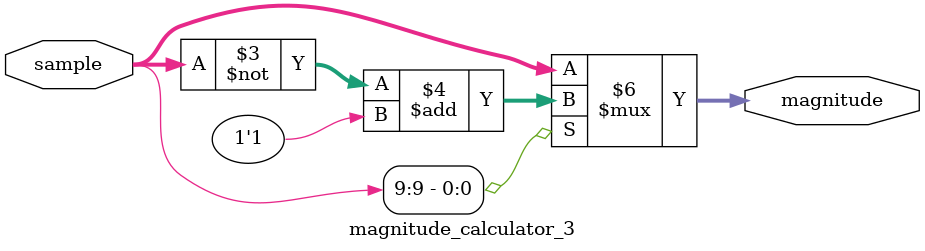
<source format=v>







module VEC_encoder (sample_1,sample_2,sample_3,sample_4,ecgidx,Bits_req,Group_skip_flag,component_idx,VEC_prefix,size_VEC_prefix,VEC_suffix,size_VEC_suffix);


//===================================================
// 	PARAMETER DECLARATION
//===================================================


parameter J=10;					// parameter represent width of data to be given at the time of MODULE instantiation.


//===================================================
// 	PORTS DECLARATION
//===================================================



input signed [J-1:0] sample_1,sample_2,sample_3,sample_4;

input [1:0] ecgidx,component_idx;

input [3:0] Bits_req;

input Group_skip_flag;


output [6:0] VEC_prefix;

output [2:0] size_VEC_prefix;

output [4:0] VEC_suffix;

output [2:0] size_VEC_suffix;


reg [6:0] VEC_prefix;

reg [2:0] size_VEC_prefix;

reg [4:0] VEC_suffix;

reg [2:0] size_VEC_suffix;


wire [7:0] VEC_code_symbol;

wire [7:0] VEC_code_number;

wire luma_chroma, SM_2C ;

wire [2:0] vecGrK;

wire [7:0] quotient;

wire [4:0] suffix;

wire [6:0] prefix;

wire [2:0] size_prefix;

wire [J-1:0] magnitude1,magnitude2,magnitude3,magnitude4;

//===================================================
//	 ARCHITECTURE
//===================================================



/// GET ABSOLUTE VALUES FOR EACH INPUT SAMPLE BY INSTANTIATING SUB-MODULE "magnitude_calculator" ///


magnitude_calculator_3 #(J) m1(sample_1,magnitude1);  				//find absolute of each sample.

magnitude_calculator_3 #(J) m2(sample_2,magnitude2);

magnitude_calculator_3 #(J) m3(sample_3,magnitude3);

magnitude_calculator_3 #(J) m4(sample_4,magnitude4);


// BOOLEAN ASSIGNMENT TO SOME SIGNAL WIRES //


assign luma_chroma = (component_idx == 0) ? 0 : 1;     		// differentiate between luma and chroma component and assign a varibale accordingly.

assign SM_2C = (ecgidx == 3) ? 1 : 0; 						// differentiate between SM or 2's complement form and assign a varibale accordingly.




// INSTANTIATING SUB-MODULES //



VEC_vector_to_scalar #(J) u1(sample_1,sample_2,sample_3,sample_4,magnitude1,magnitude2,magnitude3,magnitude4,Bits_req,SM_2C,VEC_code_symbol);		

VEC_symbol_to_number u2(VEC_code_symbol,Bits_req,luma_chroma,SM_2C,VEC_code_number) ;


VEC_vecGrK_calculator  u3(SM_2C,Bits_req,vecGrK);

VEC_get_suffix u4(VEC_code_number,vecGrK,quotient,suffix);

VEC_get_prefix u5(quotient,vecGrK,prefix,size_prefix);



// MAIN BLOCK //



always@(*)			
begin

	if ((Group_skip_flag)||(Bits_req>2))		// if group skip flag is active or bits required is more than two than assign all the outputs zero.

	begin

	VEC_prefix = 0;
	
	size_VEC_prefix = 0;
	
	VEC_suffix = 0;
	
	size_VEC_suffix = 0;

	end

	
	else												// else assign outputs given by sub modules.

	begin

	VEC_prefix = prefix;
	
	size_VEC_prefix = size_prefix;
	
	VEC_suffix = suffix;
	
	size_VEC_suffix = vecGrK;						// size of suffix is same as vecGrK.

	end


end

endmodule





//===================================================
//	 SUB-MODULE 1 [VECTOR TO SCALAR] : converts 4 samples vector into a scalar symbol generated uniquely for each possible combination of samples data.
//===================================================


 


module VEC_vector_to_scalar(sample_1,sample_2,sample_3,sample_4,magnitude1,magnitude2,magnitude3,magnitude4,Bits_req,SM_2C,VEC_code_symbol);


parameter K=10;


input [K-1:0] sample_1,sample_2,sample_3,sample_4,magnitude1,magnitude2,magnitude3,magnitude4;

input [3:0] Bits_req;

input SM_2C;

output [7:0] VEC_code_symbol;

reg [7:0] VEC_code_symbol;


/// ARCHITECTURE ///



always @(*)
begin

VEC_code_symbol=0;																			//initially assigned zero.

	if(SM_2C)																				// Check whether SM or 2C is to be used.
	begin

		case(Bits_req[1:0])																			// implementation of table 4-64 in specs.


		// case with zero bits required leads to group skip flag activation,already covered in top module.

		2'b01:
			
		VEC_code_symbol[3:0] = {sample_1[0],sample_2[0],sample_3[0],sample_4[0]} ;				// for case in which bits required is 1, symbol is made up of 1 bit (LSB) from each sample. 

			
		2'b10:
			
		VEC_code_symbol[7:0] = {sample_1[1:0],sample_2[1:0],sample_3[1:0],sample_4[1:0]} ;		// if bits required is 2 than, symbol is made up of 2 bits (LSB) from each sample.

		default: VEC_code_symbol = 8'bz;

		endcase
	end

	else
	begin

		case(Bits_req[1:0])																			// implementation of table 4-64 in specs.


		// case with zero bits required leads to group skip flag activation,already covered in top module.

		2'b01:
			
		VEC_code_symbol[3:0] = {magnitude1[0],magnitude2[0],magnitude3[0],magnitude4[0]} ;				// for case in which bits required is 1, symbol is made up of 1 bit (LSB) from each sample's magnitude. 

			
		2'b10:
			
		VEC_code_symbol[7:0] = {magnitude1[1:0],magnitude2[1:0],magnitude3[1:0],magnitude4[1:0]} ;		// if bits required is 2 than, symbol is made up of 2 bits (LSB) from each sample's magnitude.

		default: VEC_code_symbol = 8'bz;

		endcase
		

		
	end
	
end
endmodule




//===================================================
//	 SUB-MODULE 2 [VecGrK] :  tells the vecGrK parameter required in encoding.
//===================================================





module VEC_vecGrK_calculator(SM_2C,Bits_req,vecGrK);

input  SM_2C;

input [3:0] Bits_req;

output [2:0] vecGrK;

reg [2:0] vecGrK;


/// ARCHITECTURE//



always@ (*)
begin


	case({SM_2C,Bits_req[1:0]})					// case structure is used with MSB telling the SM or 2's complement form and the rest 2 bits telling the bits required.

	3'b001: vecGrK = 2;
	
	3'b101: vecGrK = 1;						// implementation of table 4-65 from specs.
	
	3'b010: vecGrK = 5;
	
	3'b110: vecGrK = 5;
	
	default: vecGrK = 0;

	endcase


end

endmodule



//===================================================
//	 SUB-MODULE 3 [GET SUFFIX] :  calculates quotient and remainder required for Golomb-Rice coding and thus gives the suffix (Remainder).
//===================================================

 


module VEC_get_suffix(VEC_code_number,vecGrK,quotient,suffix);

input [7:0] VEC_code_number;

input [2:0] vecGrK;

output [7:0] quotient;

output [4:0] suffix;

reg [4:0] suffix;

reg [7:0] quotient;

reg [7:0] remainder;
											
reg [7:0] temp;
										
////ARCHITECTURE///										
											
always@(*)										 		// Impelmentation of logic shown in table 4-66 (for the suffix part) and examples in tables 4-67, 4-68 ,4-69  from specs.
begin

	if(vecGrK == 1)									
	
	begin
	
	quotient = VEC_code_number >> 1;					// For case in which vecGrK is 1 divide the number by 2 and get quotient and remainder. 
	
	temp = quotient << 1;
	
	remainder = VEC_code_number + (~temp + 1 );
	
	suffix = remainder[4:0];
	
	end

	else if(vecGrK == 2)

	begin
	
	quotient = VEC_code_number >> 2;					// For case in which vecGrK is 2 divide the number by 4 and get quotient and remainder. 
	
	temp = quotient << 2;
	
	remainder = VEC_code_number + (~temp + 1 );
	
	suffix = remainder[4:0];
	
	end
	
	else if(vecGrK == 5)

	begin
	
	quotient = VEC_code_number >> 5;
	
	temp = quotient << 5;
	
	remainder = VEC_code_number + (~temp + 1 );		// For case in which vecGrK is 5 divide the number by 32 and get quotient and remainder. 
	
	suffix = remainder[4:0];
	
	end
	
	
end

endmodule




//===================================================
//	 SUB-MODULE 4 [GET PREFIX] :  takes quotient calculated in above submodule and generates the prefix and its size for Golomb-Rice coding.
//===================================================




module VEC_get_prefix (quotient,vecGrK,prefix,size_prefix);

input [7:0] quotient;

input [2:0] vecGrK;

output [6:0] prefix;

output [2:0] size_prefix;

reg [6:0] prefix;

reg [2:0] size_prefix;


//// ARCHITECTURE ///


always@(*)						// Impelmentation of logic shown in table 4-66 (for the prefix part) and examples in tables 4-67, 4-68 ,4-69  from specs.
begin


/// When vecGrK is not 2.///// Max prefix is 7. ///

	if(!(vecGrK == 2))				// Check if vecGrK is 2. 
	begin
		case(quotient[2:0])				// case structure with three bits taken from LSB (because 3 bits can represent the maximum quotient) of quotient is taken.

		3'b000: 
		begin
		
		prefix = 7'b0000000;			
		size_prefix = 1;
		
		end

		3'b001: 
		begin
		
		prefix = 7'b0000010;
		size_prefix = 2;
		
		end

		3'b010: 
		begin
		
		prefix = 7'b0000110;
		size_prefix = 3;
		
		end

		3'b011: 
		begin
		
		prefix = 7'b0001110;
		size_prefix = 4;
		
		end

		3'b100: 
		begin
		
		prefix = 7'b0011110;
		size_prefix = 5;
		
		end

		3'b101: 
		begin
		prefix = 7'b0111110;
		size_prefix = 6;
		end

		3'b110: 
		begin
		prefix = 7'b1111110;
		size_prefix = 7;
		end

		3'b111: 
		begin
		
		prefix = 7'b1111111;
		size_prefix = 7;
		
		end
		
		endcase
	end
	
	
	///// When vecGrK is 2 ////// Max prefix is 3. ////
	
	else
	begin
		
		case(quotient[1:0])					// case structure with two bits taken from LSB (because 2 bits can represent the maximum quotient) of quotient is taken.
		
		2'b00: 
		begin
		prefix = 7'b0000000;
		size_prefix = 1;
		end
	
		2'b01: 
		begin
		prefix = 7'b0000010;
		size_prefix = 2;
		end
		
		2'b10: 
		begin
		prefix = 7'b0000110;
		size_prefix = 3;
		end
		
		2'b11: 
		begin
		prefix = 7'b0000111;
		size_prefix = 3;
		end
	
		endcase
	end

end

endmodule



//===================================================
//	 SUB-MODULE 4 [SYMBOL TO NUMBER] :  converts the code symbol to the number referring to lookup tables.
//===================================================




module VEC_symbol_to_number (VEC_code_symbol,Bits_req,luma_chroma,SM_2C,VEC_code_number) ;

input [7:0] VEC_code_symbol;

input [3:0] Bits_req;

input luma_chroma,SM_2C;

output [7:0] VEC_code_number;

reg [7:0] VEC_code_number;


//ARCHITECTURE//


always @(*)
begin

	if(Bits_req==1)
	begin


	case ({luma_chroma,SM_2C,VEC_code_symbol[3:0]})			// case structure with MSB telling whether the group belongs to Luma or chroma followed by a bit telling SM or 2's complementform used followed by 4 bits of symbol ( since bits required is 1) from LSB is taken


	//  Lookup table for case in which bits required is 1 and group belongs to Luma and SM form =  { 15, 1, 0, 6, 3, 5, 8, 10, 2, 7, 4, 11, 9, 13, 12, 14 } 
	//  Lookup table for case in which bits required is 1 and group belongs to Chroma and SM form = { 15, 1, 0, 4, 2, 7, 8, 11, 3, 9, 6, 10, 5, 12, 13, 14 }  
	//	Lookup table for case in which bits required is 1 and group belongs to Luma and 2's complement form = { 15, 1, 0, 4, 3, 5, 9, 10, 2, 8, 6, 11, 7, 13, 12, 14 }
	//	Lookup table for case in which bits required is 1 and group belongs to Chroma and 2's complement form = { 15, 1, 0, 4, 2, 6, 8, 11, 3, 9, 7, 12, 5, 13, 14, 10 }


		// LOOK UP TABLE 1.// 
		
		6'b000000: VEC_code_number= 15;
		6'b000001: VEC_code_number= 1;				 
		6'b000010: VEC_code_number= 0;
		6'b000011: VEC_code_number= 6;					// bits required is 1 and group belongs to Luma and SM form
		6'b000100: VEC_code_number= 3;
		6'b000101: VEC_code_number= 5;					
		6'b000110: VEC_code_number= 8;
		6'b000111: VEC_code_number= 10;
		6'b001000: VEC_code_number= 2;
		6'b001001: VEC_code_number= 7;
		6'b001010: VEC_code_number= 4;
		6'b001011: VEC_code_number= 11;
		6'b001100: VEC_code_number= 9;
		6'b001101: VEC_code_number= 13;
		6'b001110: VEC_code_number= 12;
		6'b001111: VEC_code_number= 14;

		// LOOK UP TABLE 2.//
		
		6'b100000: VEC_code_number= 15;
		6'b100001: VEC_code_number= 1;					// bits required is 1 and group belongs to Chroma and SM form
		6'b100010: VEC_code_number= 0;
		6'b100011: VEC_code_number= 4;
		6'b100100: VEC_code_number= 2;					
		6'b100101: VEC_code_number= 7;
		6'b100110: VEC_code_number= 8;
		6'b100111: VEC_code_number= 11;
		6'b101000: VEC_code_number= 3;
		6'b101001: VEC_code_number= 9;
		6'b101010: VEC_code_number= 6;
		6'b101011: VEC_code_number= 10;
		6'b101100: VEC_code_number= 5;
		6'b101101: VEC_code_number= 12;
		6'b101110: VEC_code_number= 13;
		6'b101111: VEC_code_number= 14;

		// LOOK UP TABLE 3.//
		
		6'b010000: VEC_code_number= 15;
		6'b010001: VEC_code_number= 1;
		6'b010010: VEC_code_number= 0;					//bits required is 1 and group belongs to Luma and 2's complement form
		6'b010011: VEC_code_number= 4;
		6'b010100: VEC_code_number= 3;					
		6'b010101: VEC_code_number= 5;
		6'b010110: VEC_code_number= 9;
		6'b010111: VEC_code_number= 10;
		6'b011000: VEC_code_number= 2;
		6'b011001: VEC_code_number= 8;
		6'b011010: VEC_code_number= 6;
		6'b011011: VEC_code_number= 11;
		6'b011100: VEC_code_number= 7;
		6'b011101: VEC_code_number= 13;
		6'b011110: VEC_code_number= 12;
		6'b011111: VEC_code_number= 14;
		
		// LOOK UP TABLE 4.//
		
		6'b110000: VEC_code_number= 15;
		6'b110001: VEC_code_number= 1;
		6'b110010: VEC_code_number= 0;
		6'b110011: VEC_code_number= 4;					// bits required is 1 and group belongs to Chroma and 2's complement form
		6'b110100: VEC_code_number= 2;
		6'b110101: VEC_code_number= 6;					
		6'b110110: VEC_code_number= 8;
		6'b110111: VEC_code_number= 11;
		6'b111000: VEC_code_number= 3;
		6'b111001: VEC_code_number= 9;
		6'b111010: VEC_code_number= 7;
		6'b111011: VEC_code_number= 12;
		6'b111100: VEC_code_number= 5;
		6'b111101: VEC_code_number= 13;
		6'b111110: VEC_code_number= 14;
		6'b111111: VEC_code_number= 10;

		endcase

	end


	//Lookup table for case in which bits required is 2 and group belongs to Chroma and SM form = { 255, 247, 0, 30, 251, 243, 4, 43, 1, 5, 12, 64, 29, 45, 66, 48, 253, 245, 6, 46, 249, 241, 16, 67, 13, 20, 44, 108, 63, 79, 109, 124, 3, 10, 34, 85, 17, 27, 59, 112, 61, 68, 114, 166, 140, 146, 180, 205, 40, 54, 95, 107, 72, 89, 126, 164, 137, 144, 178, 213, 189, 197, 220, 236, 254, 246, 14, 62, 250, 242, 21, 77, 7, 18, 42, 113, 47, 71, 110, 134, 252, 244, 23, 80, 248, 240, 26, 87, 24, 28, 38, 106, 83, 93, 102, 94, 8, 22, 55, 119, 32, 35, 50, 122, 74, 82, 99, 157, 145, 149, 171, 188, 49, 86, 121, 168, 97, 100, 133, 154, 155, 158, 175, 198, 210, 203, 215, 228, 2, 15, 56, 138, 11, 31, 69, 151, 37, 60, 111, 184, 96, 117, 161, 206, 9, 33, 78, 148, 25, 36, 76, 153, 65, 51, 98, 170, 132, 128, 142, 191, 19, 53, 120, 196, 57, 41, 101, 183, 118, 103, 81, 169, 199, 174, 181, 147, 84, 123, 185, 208, 135, 127, 162, 204, 194, 186, 173, 200, 231, 219, 227, 223, 39, 70, 136, 182, 52, 88, 152, 207, 92, 129, 176, 224, 115, 172, 211, 235, 58, 90, 143, 195, 91, 105, 156, 216, 131, 139, 177, 221, 165, 163, 217, 238, 75, 125, 192, 234, 130, 116, 179, 226, 187, 160, 190, 229, 230, 212, 201, 214, 73, 150, 225, 233, 141, 104, 193, 237, 209, 202, 159, 218, 239, 232, 222, 167 };
	//Lookup table for case in which bits required is 2 and group belongs to Luma and SM form = { 255, 247, 1, 19, 251, 243, 4, 40, 0, 5, 34, 84, 18, 39, 82, 120, 253, 245, 6, 42, 249, 241, 16, 62, 11, 20, 56, 102, 46, 65, 109, 154, 3, 9, 35, 85, 13, 24, 55, 100, 44, 61, 103, 156, 97, 125, 171, 193, 29, 45, 88, 135, 52, 76, 113, 153, 99, 126, 167, 203, 151, 180, 204, 223, 254, 246, 10, 47, 250, 242, 21, 64, 7, 17, 54, 110, 41, 60, 106, 150, 252, 244, 23, 63, 248, 240, 32, 89, 22, 33, 67, 136, 66, 86, 139, 174, 15, 27, 58, 115, 31, 38, 75, 131, 72, 87, 111, 165, 128, 145, 187, 201, 50, 74, 112, 157, 80, 92, 144, 158, 133, 143, 178, 213, 179, 192, 211, 231, 2, 12, 48, 96, 8, 25, 68, 134, 36, 57, 101, 163, 90, 108, 159, 197, 14, 30, 71, 132, 26, 37, 83, 141, 59, 70, 117, 172, 114, 140, 170, 216, 43, 73, 105, 160, 69, 81, 116, 188, 107, 119, 123, 198, 176, 186, 195, 225, 94, 122, 161, 202, 138, 146, 182, 210, 175, 185, 194, 221, 219, 220, 233, 236, 28, 53, 98, 149, 49, 77, 121, 169, 91, 104, 164, 199, 130, 152, 196, 224, 51, 79, 124, 181, 78, 93, 148, 191, 118, 127, 189, 217, 155, 162, 208, 226, 95, 137, 177, 218, 129, 142, 190, 215, 166, 183, 200, 229, 206, 209, 227, 235, 147, 173, 207, 234, 168, 184, 205, 228, 212, 214, 222, 239, 232, 230, 237, 238 };
	//Lookup table for case in which bits required is 2 and group belongs to Luma and TC form = { 255, 0, 21, 247, 1, 6, 71, 18, 20, 70, 79, 42, 251, 19, 31, 243, 3, 5, 67, 15, 9, 27, 127, 36, 69, 121, 160, 94, 13, 39, 97, 32, 24, 66, 80, 55, 65, 110, 179, 135, 140, 196, 209, 174, 74, 129, 162, 98, 253, 14, 33, 245, 12, 34, 143, 57, 75, 132, 154, 109, 249, 54, 85, 241, 2, 8, 52, 11, 4, 26, 116, 30, 60, 93, 164, 102, 17, 58, 91, 38, 7, 29, 120, 41, 28, 72, 171, 96, 111, 184, 206, 157, 37, 107, 161, 83, 73, 100, 180, 128, 136, 181, 218, 176, 183, 223, 237, 235, 145, 159, 228, 201, 23, 50, 95, 46, 49, 99, 165, 87, 131, 158, 231, 188, 56, 89, 190, 112, 25, 64, 146, 78, 63, 106, 186, 134, 81, 177, 210, 169, 51, 125, 197, 139, 76, 141, 198, 137, 117, 185, 222, 173, 195, 213, 236, 227, 142, 178, 232, 207, 86, 155, 216, 163, 170, 208, 238, 221, 215, 239, 217, 229, 168, 230, 226, 205, 61, 104, 191, 124, 113, 166, 233, 193, 153, 224, 214, 194, 92, 189, 211, 152, 254, 10, 77, 246, 16, 43, 144, 62, 45, 133, 149, 84, 250, 48, 105, 242, 22, 44, 130, 68, 47, 115, 175, 88, 126, 172, 225, 200, 59, 90, 192, 119, 53, 114, 167, 103, 101, 156, 219, 187, 182, 234, 220, 212, 122, 204, 202, 151, 252, 35, 118, 244, 40, 82, 199, 123, 108, 203, 150, 148, 248, 138, 147, 240 };
	//Lookup table for case in which bits required is 2 and group belongs to Chroma and TC form = { 255, 1, 22, 247, 0, 4, 64, 16, 23, 75, 31, 33, 251, 14, 32, 243, 3, 6, 79, 20, 9, 27, 169, 68, 62, 150, 143, 100, 12, 43, 117, 41, 25, 85, 74, 55, 63, 135, 179, 114, 160, 221, 203, 197, 82, 172, 142, 103, 253, 19, 38, 245, 11, 35, 125, 53, 71, 165, 108, 95, 249, 73, 81, 241, 2, 8, 61, 10, 7, 28, 126, 49, 86, 168, 144, 127, 15, 59, 96, 34, 5, 29, 137, 44, 30, 26, 208, 128, 140, 196, 133, 154, 46, 112, 155, 57, 78, 157, 182, 132, 146, 204, 205, 190, 220, 226, 238, 235, 166, 214, 232, 207, 17, 60, 111, 50, 52, 116, 178, 90, 164, 216, 222, 211, 67, 153, 199, 122, 24, 65, 162, 84, 83, 131, 217, 163, 80, 181, 195, 156, 54, 118, 193, 106, 77, 141, 223, 175, 167, 201, 227, 215, 185, 200, 237, 225, 145, 183, 233, 213, 47, 151, 202, 138, 158, 134, 239, 228, 212, 236, 115, 174, 130, 229, 177, 92, 37, 104, 189, 110, 129, 159, 234, 206, 152, 231, 180, 147, 91, 194, 187, 102, 254, 13, 72, 246, 21, 45, 171, 70, 42, 136, 109, 76, 250, 51, 97, 242, 18, 48, 173, 66, 69, 121, 218, 149, 124, 176, 219, 186, 56, 89, 210, 113, 36, 120, 148, 88, 101, 161, 224, 188, 191, 230, 170, 184, 105, 192, 139, 99, 252, 39, 107, 244, 40, 58, 209, 119, 98, 198, 87, 94, 248, 123, 93, 240 };


	else if(Bits_req==2)
	begin

		case({luma_chroma,SM_2C,VEC_code_symbol})		//case structure with MSB telling whether the group belongs to Luma or chroma followed by a bit telling SM or 2's complementform used followed by  all 8 bits of symbol ( since bits required is 2) from LSB is taken

	
		// LOOK UP TABLE 5.//
		
		10'b1000000000: VEC_code_number=255;
		10'b1000000001: VEC_code_number=247;
		10'b1000000010: VEC_code_number=0;
		10'b1000000011: VEC_code_number=30;
		10'b1000000100: VEC_code_number=251;				// bits required is 2 and group belongs to Chroma and SM form
		10'b1000000101: VEC_code_number=243;
		10'b1000000110: VEC_code_number=4;
		10'b1000000111: VEC_code_number=43;					
		10'b1000001000: VEC_code_number=1;
		10'b1000001001: VEC_code_number=5;
		10'b1000001010: VEC_code_number=12;
		10'b1000001011: VEC_code_number=64;
		10'b1000001100: VEC_code_number=29;
		10'b1000001101: VEC_code_number=45;
		10'b1000001110: VEC_code_number=66;
		10'b1000001111: VEC_code_number=48;
		10'b1000010000: VEC_code_number=253;
		10'b1000010001: VEC_code_number=245;
		10'b1000010010: VEC_code_number=6;
		10'b1000010011: VEC_code_number=46;
		10'b1000010100: VEC_code_number=249;
		10'b1000010101: VEC_code_number=241;
		10'b1000010110: VEC_code_number=16;
		10'b1000010111: VEC_code_number=67;
		10'b1000011000: VEC_code_number=13;
		10'b1000011001: VEC_code_number=20;
		10'b1000011010: VEC_code_number=44;
		10'b1000011011: VEC_code_number=108;
		10'b1000011100: VEC_code_number=63;
		10'b1000011101: VEC_code_number=79;
		10'b1000011110: VEC_code_number=109;
		10'b1000011111: VEC_code_number=124;
		10'b1000100000: VEC_code_number=3;
		10'b1000100001: VEC_code_number=10;
		10'b1000100010: VEC_code_number=34;
		10'b1000100011: VEC_code_number=85;
		10'b1000100100: VEC_code_number=17;
		10'b1000100101: VEC_code_number=27;
		10'b1000100110: VEC_code_number=59;
		10'b1000100111: VEC_code_number=112;
		10'b1000101000: VEC_code_number=61;
		10'b1000101001: VEC_code_number=68;
		10'b1000101010: VEC_code_number=114;
		10'b1000101011: VEC_code_number=166;
		10'b1000101100: VEC_code_number=140;
		10'b1000101101: VEC_code_number=146;
		10'b1000101110: VEC_code_number=180;
		10'b1000101111: VEC_code_number=205;
		10'b1000110000: VEC_code_number=40;
		10'b1000110001: VEC_code_number=54;
		10'b1000110010: VEC_code_number=95;
		10'b1000110011: VEC_code_number=107;
		10'b1000110100: VEC_code_number=72;
		10'b1000110101: VEC_code_number=89;
		10'b1000110110: VEC_code_number=126;
		10'b1000110111: VEC_code_number=164;
		10'b1000111000: VEC_code_number=137;
		10'b1000111001: VEC_code_number=144;
		10'b1000111010: VEC_code_number=178;
		10'b1000111011: VEC_code_number=213;
		10'b1000111100: VEC_code_number=189;
		10'b1000111101: VEC_code_number=197;
		10'b1000111110: VEC_code_number=220;
		10'b1000111111: VEC_code_number=236;
		10'b1001000000: VEC_code_number=254;
		10'b1001000001: VEC_code_number=246;
		10'b1001000010: VEC_code_number=14;
		10'b1001000011: VEC_code_number=62;
		10'b1001000100: VEC_code_number=250;
		10'b1001000101: VEC_code_number=242;
		10'b1001000110: VEC_code_number=21;
		10'b1001000111: VEC_code_number=77;
		10'b1001001000: VEC_code_number=7;
		10'b1001001001: VEC_code_number=18;
		10'b1001001010: VEC_code_number=42;
		10'b1001001011: VEC_code_number=113;
		10'b1001001100: VEC_code_number=47;
		10'b1001001101: VEC_code_number=71;
		10'b1001001110: VEC_code_number=110;
		10'b1001001111: VEC_code_number=134;
		10'b1001010000: VEC_code_number=252;
		10'b1001010001: VEC_code_number=244;
		10'b1001010010: VEC_code_number=23;
		10'b1001010011: VEC_code_number=80;
		10'b1001010100: VEC_code_number=248;
		10'b1001010101: VEC_code_number=240;
		10'b1001010110: VEC_code_number=26;
		10'b1001010111: VEC_code_number=87;
		10'b1001011000: VEC_code_number=24;
		10'b1001011001: VEC_code_number=28;
		10'b1001011010: VEC_code_number=38;
		10'b1001011011: VEC_code_number=106;
		10'b1001011100: VEC_code_number=83;
		10'b1001011101: VEC_code_number=93;
		10'b1001011110: VEC_code_number=102;
		10'b1001011111: VEC_code_number=94;
		10'b1001100000: VEC_code_number=8;
		10'b1001100001: VEC_code_number=22;
		10'b1001100010: VEC_code_number=55;
		10'b1001100011: VEC_code_number=119;
		10'b1001100100: VEC_code_number=32;
		10'b1001100101: VEC_code_number=35;
		10'b1001100110: VEC_code_number=50;
		10'b1001100111: VEC_code_number=122;
		10'b1001101000: VEC_code_number=74;
		10'b1001101001: VEC_code_number=82;
		10'b1001101010: VEC_code_number=99;
		10'b1001101011: VEC_code_number=157;
		10'b1001101100: VEC_code_number=145;
		10'b1001101101: VEC_code_number=149;
		10'b1001101110: VEC_code_number=171;
		10'b1001101111: VEC_code_number=188;
		10'b1001110000: VEC_code_number=49;
		10'b1001110001: VEC_code_number=86;
		10'b1001110010: VEC_code_number=121;
		10'b1001110011: VEC_code_number=168;
		10'b1001110100: VEC_code_number=97;
		10'b1001110101: VEC_code_number=100;
		10'b1001110110: VEC_code_number=133;
		10'b1001110111: VEC_code_number=154;
		10'b1001111000: VEC_code_number=155;
		10'b1001111001: VEC_code_number=158;
		10'b1001111010: VEC_code_number=175;
		10'b1001111011: VEC_code_number=198;
		10'b1001111100: VEC_code_number=210;
		10'b1001111101: VEC_code_number=203;
		10'b1001111110: VEC_code_number=215;
		10'b1001111111: VEC_code_number=228;
		10'b1010000000: VEC_code_number=2;
		10'b1010000001: VEC_code_number=15;
		10'b1010000010: VEC_code_number=56;
		10'b1010000011: VEC_code_number=138;
		10'b1010000100: VEC_code_number=11;
		10'b1010000101: VEC_code_number=31;
		10'b1010000110: VEC_code_number=69;
		10'b1010000111: VEC_code_number=151;
		10'b1010001000: VEC_code_number=37;
		10'b1010001001: VEC_code_number=60;
		10'b1010001010: VEC_code_number=111;
		10'b1010001011: VEC_code_number=184;
		10'b1010001100: VEC_code_number=96;
		10'b1010001101: VEC_code_number=117;
		10'b1010001110: VEC_code_number=161;
		10'b1010001111: VEC_code_number=206;
		10'b1010010000: VEC_code_number=9;
		10'b1010010001: VEC_code_number=33;
		10'b1010010010: VEC_code_number=78;
		10'b1010010011: VEC_code_number=148;
		10'b1010010100: VEC_code_number=25;
		10'b1010010101: VEC_code_number=36;
		10'b1010010110: VEC_code_number=76;
		10'b1010010111: VEC_code_number=153;
		10'b1010011000: VEC_code_number=65;
		10'b1010011001: VEC_code_number=51;
		10'b1010011010: VEC_code_number=98;
		10'b1010011011: VEC_code_number=170;
		10'b1010011100: VEC_code_number=132;
		10'b1010011101: VEC_code_number=128;
		10'b1010011110: VEC_code_number=142;
		10'b1010011111: VEC_code_number=191;
		10'b1010100000: VEC_code_number=19;
		10'b1010100001: VEC_code_number=53;
		10'b1010100010: VEC_code_number=120;
		10'b1010100011: VEC_code_number=196;
		10'b1010100100: VEC_code_number=57;
		10'b1010100101: VEC_code_number=41;
		10'b1010100110: VEC_code_number=101;
		10'b1010100111: VEC_code_number=183;
		10'b1010101000: VEC_code_number=118;
		10'b1010101001: VEC_code_number=103;
		10'b1010101010: VEC_code_number=81;
		10'b1010101011: VEC_code_number=169;
		10'b1010101100: VEC_code_number=199;
		10'b1010101101: VEC_code_number=174;
		10'b1010101110: VEC_code_number=181;
		10'b1010101111: VEC_code_number=147;
		10'b1010110000: VEC_code_number=84;
		10'b1010110001: VEC_code_number=123;
		10'b1010110010: VEC_code_number=185;
		10'b1010110011: VEC_code_number=208;
		10'b1010110100: VEC_code_number=135;
		10'b1010110101: VEC_code_number=127;
		10'b1010110110: VEC_code_number=162;
		10'b1010110111: VEC_code_number=204;
		10'b1010111000: VEC_code_number=194;
		10'b1010111001: VEC_code_number=186;
		10'b1010111010: VEC_code_number=173;
		10'b1010111011: VEC_code_number=200;
		10'b1010111100: VEC_code_number=231;
		10'b1010111101: VEC_code_number=219;
		10'b1010111110: VEC_code_number=227;
		10'b1010111111: VEC_code_number=223;
		10'b1011000000: VEC_code_number=39;
		10'b1011000001: VEC_code_number=70;
		10'b1011000010: VEC_code_number=136;
		10'b1011000011: VEC_code_number=182;
		10'b1011000100: VEC_code_number=52;
		10'b1011000101: VEC_code_number=88;
		10'b1011000110: VEC_code_number=152;
		10'b1011000111: VEC_code_number=207;
		10'b1011001000: VEC_code_number=92;
		10'b1011001001: VEC_code_number=129;
		10'b1011001010: VEC_code_number=176;
		10'b1011001011: VEC_code_number=224;
		10'b1011001100: VEC_code_number=115;
		10'b1011001101: VEC_code_number=172;
		10'b1011001110: VEC_code_number=211;
		10'b1011001111: VEC_code_number=235;
		10'b1011010000: VEC_code_number=58;
		10'b1011010001: VEC_code_number=90;
		10'b1011010010: VEC_code_number=143;
		10'b1011010011: VEC_code_number=195;
		10'b1011010100: VEC_code_number=91;
		10'b1011010101: VEC_code_number=105;
		10'b1011010110: VEC_code_number=156;
		10'b1011010111: VEC_code_number=216;
		10'b1011011000: VEC_code_number=131;
		10'b1011011001: VEC_code_number=139;
		10'b1011011010: VEC_code_number=177;
		10'b1011011011: VEC_code_number=221;
		10'b1011011100: VEC_code_number=165;
		10'b1011011101: VEC_code_number=163;
		10'b1011011110: VEC_code_number=217;
		10'b1011011111: VEC_code_number=238;
		10'b1011100000: VEC_code_number=75;
		10'b1011100001: VEC_code_number=125;
		10'b1011100010: VEC_code_number=192;
		10'b1011100011: VEC_code_number=234;
		10'b1011100100: VEC_code_number=130;
		10'b1011100101: VEC_code_number=116;
		10'b1011100110: VEC_code_number=179;
		10'b1011100111: VEC_code_number=226;
		10'b1011101000: VEC_code_number=187;
		10'b1011101001: VEC_code_number=160;
		10'b1011101010: VEC_code_number=190;
		10'b1011101011: VEC_code_number=229;
		10'b1011101100: VEC_code_number=230;
		10'b1011101101: VEC_code_number=212;
		10'b1011101110: VEC_code_number=201;
		10'b1011101111: VEC_code_number=214;
		10'b1011110000: VEC_code_number=73;
		10'b1011110001: VEC_code_number=150;
		10'b1011110010: VEC_code_number=225;
		10'b1011110011: VEC_code_number=233;
		10'b1011110100: VEC_code_number=141;
		10'b1011110101: VEC_code_number=104;
		10'b1011110110: VEC_code_number=193;
		10'b1011110111: VEC_code_number=237;
		10'b1011111000: VEC_code_number=209;
		10'b1011111001: VEC_code_number=202;
		10'b1011111010: VEC_code_number=159;
		10'b1011111011: VEC_code_number=218;
		10'b1011111100: VEC_code_number=239;
		10'b1011111101: VEC_code_number=232;
		10'b1011111110: VEC_code_number=222;
		10'b1011111111: VEC_code_number=167;

		
		// LOOK UP TABLE 6.//
		
	
		10'b0000000000: VEC_code_number =255 ;
		10'b0000000001: VEC_code_number =247;
		10'b0000000010: VEC_code_number =1 ;
		10'b0000000011: VEC_code_number =19 ;
		10'b0000000100: VEC_code_number =251 ;
		10'b0000000101: VEC_code_number =243 ;
		10'b0000000110: VEC_code_number =4 ;						// bits required is 2 and group belongs to Luma and SM form
		10'b0000000111: VEC_code_number =40 ;
		10'b0000001000: VEC_code_number = 0;
		10'b0000001001: VEC_code_number = 5;						
		10'b0000001010: VEC_code_number = 34;
		10'b0000001011: VEC_code_number = 84;
		10'b0000001100: VEC_code_number = 18;
		10'b0000001101: VEC_code_number = 39;
		10'b0000001110: VEC_code_number = 82;
		10'b0000001111: VEC_code_number = 120;
		10'b0000010000: VEC_code_number = 253;
		10'b0000010001: VEC_code_number = 245;
		10'b0000010010: VEC_code_number = 6;
		10'b0000010011: VEC_code_number = 42;
		10'b0000010100: VEC_code_number = 249;
		10'b0000010101: VEC_code_number = 241;
		10'b0000010110: VEC_code_number = 16;
		10'b0000010111: VEC_code_number = 62;
		10'b0000011000: VEC_code_number = 11;
		10'b0000011001: VEC_code_number = 20;
		10'b0000011010: VEC_code_number = 56;
		10'b0000011011: VEC_code_number = 102;
		10'b0000011100: VEC_code_number = 46;
		10'b0000011101: VEC_code_number = 65;
		10'b0000011110: VEC_code_number = 109;
		10'b0000011111: VEC_code_number = 154;
		10'b0000100000: VEC_code_number = 3;
		10'b0000100001: VEC_code_number = 9;
		10'b0000100010: VEC_code_number = 35;
		10'b0000100011: VEC_code_number = 85;
		10'b0000100100: VEC_code_number = 13;
		10'b0000100101: VEC_code_number = 24;
		10'b0000100110: VEC_code_number = 55;
		10'b0000100111: VEC_code_number = 100;
		10'b0000101000: VEC_code_number = 44;
		10'b0000101001: VEC_code_number = 61;
		10'b0000101010: VEC_code_number = 103;
		10'b0000101011: VEC_code_number = 156;
		10'b0000101100: VEC_code_number = 97;
		10'b0000101101: VEC_code_number = 125;
		10'b0000101110: VEC_code_number = 171;
		10'b0000101111: VEC_code_number = 193;
		10'b0000110000: VEC_code_number = 29;
		10'b0000110001: VEC_code_number = 45;
		10'b0000110010: VEC_code_number = 88;
		10'b0000110011: VEC_code_number = 135;
		10'b0000110100: VEC_code_number = 52;
		10'b0000110101: VEC_code_number = 76;
		10'b0000110110: VEC_code_number = 113;
		10'b0000110111: VEC_code_number = 153;
		10'b0000111000: VEC_code_number = 99;
		10'b0000111001: VEC_code_number = 126;
		10'b0000111010: VEC_code_number = 167;
		10'b0000111011: VEC_code_number = 203;
		10'b0000111100: VEC_code_number = 151;
		10'b0000111101: VEC_code_number = 180;
		10'b0000111110: VEC_code_number = 204;
		10'b0000111111: VEC_code_number = 223;
		10'b0001000000: VEC_code_number = 254;
		10'b0001000001: VEC_code_number = 246;
		10'b0001000010: VEC_code_number = 10;
		10'b0001000011: VEC_code_number = 47;
		10'b0001000100: VEC_code_number = 250;
		10'b0001000101: VEC_code_number = 242;
		10'b0001000110: VEC_code_number = 21;
		10'b0001000111: VEC_code_number = 64;
		10'b0001001000: VEC_code_number = 7;
		10'b0001001001: VEC_code_number = 17;
		10'b0001001010: VEC_code_number = 54;
		10'b0001001011: VEC_code_number = 110;
		10'b0001001100: VEC_code_number = 41;
		10'b0001001101: VEC_code_number = 60;
		10'b0001001110: VEC_code_number = 106;
		10'b0001001111: VEC_code_number = 150;
		10'b0001010000: VEC_code_number = 252;
		10'b0001010001: VEC_code_number = 244;
		10'b0001010010: VEC_code_number = 23;
		10'b0001010011: VEC_code_number = 63;
		10'b0001010100: VEC_code_number = 248;
		10'b0001010101: VEC_code_number = 240;
		10'b0001010110: VEC_code_number = 32;
		10'b0001010111: VEC_code_number = 89;
		10'b0001011000: VEC_code_number = 22;
		10'b0001011001: VEC_code_number = 33;
		10'b0001011010: VEC_code_number = 67;
		10'b0001011011: VEC_code_number = 136;
		10'b0001011100: VEC_code_number = 66;
		10'b0001011101: VEC_code_number = 86;
		10'b0001011110: VEC_code_number = 139;
		10'b0001011111: VEC_code_number = 174;
		10'b0001100000: VEC_code_number = 15;
		10'b0001100001: VEC_code_number = 27;
		10'b0001100010: VEC_code_number = 58;
		10'b0001100011: VEC_code_number = 115;
		10'b0001100100: VEC_code_number = 31;
		10'b0001100101: VEC_code_number = 38;
		10'b0001100110: VEC_code_number = 75;
		10'b0001100111: VEC_code_number = 131;
		10'b0001101000: VEC_code_number = 72;
		10'b0001101001: VEC_code_number = 87;
		10'b0001101010: VEC_code_number = 111;
		10'b0001101011: VEC_code_number = 165;
		10'b0001101100: VEC_code_number = 128;
		10'b0001101101: VEC_code_number = 145;
		10'b0001101110: VEC_code_number = 187;
		10'b0001101111: VEC_code_number = 201;
		10'b0001110000: VEC_code_number = 50;
		10'b0001110001: VEC_code_number = 74;
		10'b0001110010: VEC_code_number = 112;
		10'b0001110011: VEC_code_number = 157;
		10'b0001110100: VEC_code_number = 80;
		10'b0001110101: VEC_code_number = 92;
		10'b0001110110: VEC_code_number = 144;
		10'b0001110111: VEC_code_number = 158;
		10'b0001111000: VEC_code_number = 133;
		10'b0001111001: VEC_code_number = 143;
		10'b0001111010: VEC_code_number = 178;
		10'b0001111011: VEC_code_number = 213;
		10'b0001111100: VEC_code_number = 179;
		10'b0001111101: VEC_code_number = 192;
		10'b0001111110: VEC_code_number = 211;
		10'b0001111111: VEC_code_number = 231;
		10'b0010000000: VEC_code_number = 2;
		10'b0010000001: VEC_code_number = 12;
		10'b0010000010: VEC_code_number = 48;
		10'b0010000011: VEC_code_number = 96;
		10'b0010000100: VEC_code_number = 8;
		10'b0010000101: VEC_code_number = 25;
		10'b0010000110: VEC_code_number = 68;
		10'b0010000111: VEC_code_number = 134;
		10'b0010001000: VEC_code_number = 36;
		10'b0010001001: VEC_code_number = 57;
		10'b0010001010: VEC_code_number = 101;
		10'b0010001011: VEC_code_number = 163;
		10'b0010001100: VEC_code_number = 90;
		10'b0010001101: VEC_code_number = 108;
		10'b0010001110: VEC_code_number = 159;
		10'b0010001111: VEC_code_number = 197;
		10'b0010010000: VEC_code_number = 14;
		10'b0010010001: VEC_code_number = 30;
		10'b0010010010: VEC_code_number = 71;
		10'b0010010011: VEC_code_number = 132;
		10'b0010010100: VEC_code_number = 26;
		10'b0010010101: VEC_code_number = 37;
		10'b0010010110: VEC_code_number = 83;
		10'b0010010111: VEC_code_number = 141;
		10'b0010011000: VEC_code_number = 59;
		10'b0010011001: VEC_code_number = 70;
		10'b0010011010: VEC_code_number = 117;
		10'b0010011011: VEC_code_number = 172;
		10'b0010011100: VEC_code_number = 114;
		10'b0010011101: VEC_code_number = 140;
		10'b0010011110: VEC_code_number = 170;
		10'b0010011111: VEC_code_number = 216;
		10'b0010100000: VEC_code_number = 43;
		10'b0010100001: VEC_code_number = 73;
		10'b0010100010: VEC_code_number = 105;
		10'b0010100011: VEC_code_number = 160;
		10'b0010100100: VEC_code_number = 69;
		10'b0010100101: VEC_code_number = 81;
		10'b0010100110: VEC_code_number = 116;
		10'b0010100111: VEC_code_number = 188;
		10'b0010101000: VEC_code_number = 107;
		10'b0010101001: VEC_code_number = 119;
		10'b0010101010: VEC_code_number = 123;
		10'b0010101011: VEC_code_number = 198;
		10'b0010101100: VEC_code_number = 176;
		10'b0010101101: VEC_code_number = 186;
		10'b0010101110: VEC_code_number = 195;
		10'b0010101111: VEC_code_number = 225;
		10'b0010110000: VEC_code_number = 94;
		10'b0010110001: VEC_code_number = 122;
		10'b0010110010: VEC_code_number = 161;
		10'b0010110011: VEC_code_number = 202;
		10'b0010110100: VEC_code_number = 138;
		10'b0010110101: VEC_code_number = 146;
		10'b0010110110: VEC_code_number = 182;
		10'b0010110111: VEC_code_number = 210;
		10'b0010111000: VEC_code_number = 175;
		10'b0010111001: VEC_code_number = 185;
		10'b0010111010: VEC_code_number = 194;
		10'b0010111011: VEC_code_number = 221;
		10'b0010111100: VEC_code_number = 219;
		10'b0010111101: VEC_code_number = 220;
		10'b0010111110: VEC_code_number = 233;
		10'b0010111111: VEC_code_number = 236;
		10'b0011000000: VEC_code_number = 28;
		10'b0011000001: VEC_code_number = 53;
		10'b0011000010: VEC_code_number = 98;
		10'b0011000011: VEC_code_number = 149;
		10'b0011000100: VEC_code_number = 49;
		10'b0011000101: VEC_code_number = 77;
		10'b0011000110: VEC_code_number = 121;
		10'b0011000111: VEC_code_number = 169;
		10'b0011001000: VEC_code_number = 91;
		10'b0011001001: VEC_code_number = 104;
		10'b0011001010: VEC_code_number = 164;
		10'b0011001011: VEC_code_number = 199;
		10'b0011001100: VEC_code_number = 130;
		10'b0011001101: VEC_code_number = 152;
		10'b0011001110: VEC_code_number = 196;
		10'b0011001111: VEC_code_number = 224;
		10'b0011010000: VEC_code_number = 51;
		10'b0011010001: VEC_code_number = 79;
		10'b0011010010: VEC_code_number = 124;
		10'b0011010011: VEC_code_number = 181;
		10'b0011010100: VEC_code_number = 78;
		10'b0011010101: VEC_code_number = 93;
		10'b0011010110: VEC_code_number = 148;
		10'b0011010111: VEC_code_number = 191;
		10'b0011011000: VEC_code_number = 118;
		10'b0011011001: VEC_code_number = 127;
		10'b0011011010: VEC_code_number = 189;
		10'b0011011011: VEC_code_number = 217;
		10'b0011011100: VEC_code_number = 155;
		10'b0011011101: VEC_code_number = 162;
		10'b0011011110: VEC_code_number = 208;
		10'b0011011111: VEC_code_number = 226;
		10'b0011100000: VEC_code_number = 95;
		10'b0011100001: VEC_code_number = 137;
		10'b0011100010: VEC_code_number = 177;
		10'b0011100011: VEC_code_number = 218;
		10'b0011100100: VEC_code_number = 129;
		10'b0011100101: VEC_code_number = 142;
		10'b0011100110: VEC_code_number = 190;
		10'b0011100111: VEC_code_number = 215;
		10'b0011101000: VEC_code_number = 166;
		10'b0011101001: VEC_code_number = 183;
		10'b0011101010: VEC_code_number = 200;
		10'b0011101011: VEC_code_number = 229;
		10'b0011101100: VEC_code_number = 206;
		10'b0011101101: VEC_code_number = 209;
		10'b0011101110: VEC_code_number = 227;
		10'b0011101111: VEC_code_number = 235;
		10'b0011110000: VEC_code_number = 147;
		10'b0011110001: VEC_code_number = 173;
		10'b0011110010: VEC_code_number = 207;
		10'b0011110011: VEC_code_number = 234;
		10'b0011110100: VEC_code_number = 168;
		10'b0011110101: VEC_code_number = 184;
		10'b0011110110: VEC_code_number = 205;
		10'b0011110111: VEC_code_number = 228;
		10'b0011111000: VEC_code_number = 212;
		10'b0011111001: VEC_code_number = 214;
		10'b0011111010: VEC_code_number = 222;
		10'b0011111011: VEC_code_number = 239;
		10'b0011111100: VEC_code_number = 232;
		10'b0011111101: VEC_code_number = 230;
		10'b0011111110: VEC_code_number = 237;
		10'b0011111111: VEC_code_number = 238;

		
		// LOOK UP TABLE 7.//
		
		
		10'b0100000000: VEC_code_number=255;
		10'b0100000001: VEC_code_number=0; 
		10'b0100000010: VEC_code_number=21;
		10'b0100000011: VEC_code_number=247;
		10'b0100000100: VEC_code_number= 1; 
		10'b0100000101: VEC_code_number=6; 						// bits required is 2 and group belongs to Luma and TC form
		10'b0100000110: VEC_code_number=71; 
		10'b0100000111: VEC_code_number=18;
		10'b0100001000: VEC_code_number= 20; 
		10'b0100001001: VEC_code_number=70; 
		10'b0100001010: VEC_code_number=79; 					
		10'b0100001011: VEC_code_number=42; 
		10'b0100001100: VEC_code_number=251; 
		10'b0100001101: VEC_code_number=19; 
		10'b0100001110: VEC_code_number=31; 
		10'b0100001111: VEC_code_number=243; 
		10'b0100010000: VEC_code_number=3; 
		10'b0100010001: VEC_code_number=5; 
		10'b0100010010: VEC_code_number=67; 
		10'b0100010011: VEC_code_number=15;
		10'b0100010100: VEC_code_number=9;
		10'b0100010101: VEC_code_number= 27; 
		10'b0100010110: VEC_code_number=127; 
		10'b0100010111: VEC_code_number=36; 
		10'b0100011000: VEC_code_number=69; 
		10'b0100011001: VEC_code_number=121; 
		10'b0100011010: VEC_code_number=160; 
		10'b0100011011: VEC_code_number=94; 
		10'b0100011100: VEC_code_number=13; 
		10'b0100011101: VEC_code_number=39; 
		10'b0100011110: VEC_code_number=97; 
		10'b0100011111: VEC_code_number=32; 
		10'b0100100000: VEC_code_number=24;
		10'b0100100001: VEC_code_number= 66;
		10'b0100100010: VEC_code_number= 80; 
		10'b0100100011: VEC_code_number=55; 
		10'b0100100100: VEC_code_number=65; 
		10'b0100100101: VEC_code_number=110; 
		10'b0100100110: VEC_code_number=179; 
		10'b0100100111: VEC_code_number=135; 
		10'b0100101000: VEC_code_number=140; 
		10'b0100101001: VEC_code_number=196; 
		10'b0100101010: VEC_code_number=209; 
		10'b0100101011: VEC_code_number=174; 
		10'b0100101100: VEC_code_number=74; 
		10'b0100101101: VEC_code_number=129; 
		10'b0100101110: VEC_code_number=162; 
		10'b0100101111: VEC_code_number=98; 
		10'b0100110000: VEC_code_number=253; 
		10'b0100110001: VEC_code_number=14; 
		10'b0100110010: VEC_code_number=33; 
		10'b0100110011: VEC_code_number=245; 
		10'b0100110100: VEC_code_number=12; 
		10'b0100110101: VEC_code_number=34; 
		10'b0100110110: VEC_code_number=143; 
		10'b0100110111: VEC_code_number=57; 
		10'b0100111000: VEC_code_number=75; 
		10'b0100111001: VEC_code_number=132;
		10'b0100111010: VEC_code_number=154; 
		10'b0100111011: VEC_code_number=109; 
		10'b0100111100: VEC_code_number=249; 
		10'b0100111101: VEC_code_number=54;
		10'b0100111110: VEC_code_number=85; 
		10'b0100111111: VEC_code_number=241; 
		10'b0101000000: VEC_code_number=2; 
		10'b0101000001: VEC_code_number=8;
		10'b0101000010: VEC_code_number=52; 
		10'b0101000011: VEC_code_number=11; 
		10'b0101000100: VEC_code_number=4;
		10'b0101000101: VEC_code_number=26;
		10'b0101000110: VEC_code_number=116; 
		10'b0101000111: VEC_code_number=30; 
		10'b0101001000: VEC_code_number=60; 
		10'b0101001001: VEC_code_number=93; 
		10'b0101001010: VEC_code_number=164; 
		10'b0101001011: VEC_code_number=102; 
		10'b0101001100: VEC_code_number=17; 
		10'b0101001101: VEC_code_number=58; 
		10'b0101001110: VEC_code_number=91; 
		10'b0101001111: VEC_code_number=38; 
		10'b0101010000: VEC_code_number=7; 
		10'b0101010001: VEC_code_number=29; 
		10'b0101010010: VEC_code_number=120; 
		10'b0101010011: VEC_code_number=41; 
		10'b0101010100: VEC_code_number=28; 
		10'b0101010101: VEC_code_number=72; 
		10'b0101010110: VEC_code_number=171; 
		10'b0101010111: VEC_code_number=96; 
		10'b0101011000: VEC_code_number=111; 
		10'b0101011001: VEC_code_number=184; 
		10'b0101011010: VEC_code_number=206; 
		10'b0101011011: VEC_code_number=157; 
		10'b0101011100: VEC_code_number=37; 
		10'b0101011101: VEC_code_number=107; 
		10'b0101011110: VEC_code_number=161; 
		10'b0101011111: VEC_code_number=83; 
		10'b0101100000: VEC_code_number=73; 
		10'b0101100001: VEC_code_number=100; 
		10'b0101100010: VEC_code_number=180; 
		10'b0101100011: VEC_code_number=128; 
		10'b0101100100: VEC_code_number=136; 
		10'b0101100101: VEC_code_number=181; 
		10'b0101100110: VEC_code_number=218; 
		10'b0101100111: VEC_code_number=176; 
		10'b0101101000: VEC_code_number=183; 
		10'b0101101001: VEC_code_number=223; 
		10'b0101101010: VEC_code_number=237; 
		10'b0101101011: VEC_code_number=235; 
		10'b0101101100: VEC_code_number=145; 
		10'b0101101101: VEC_code_number=159; 
		10'b0101101110: VEC_code_number=228; 
		10'b0101101111: VEC_code_number=201; 
		10'b0101110000: VEC_code_number=23; 
		10'b0101110001: VEC_code_number=50; 
		10'b0101110010: VEC_code_number=95; 
		10'b0101110011: VEC_code_number=46; 
		10'b0101110100: VEC_code_number=49; 
		10'b0101110101: VEC_code_number=99; 
		10'b0101110110: VEC_code_number=165; 
		10'b0101110111: VEC_code_number=87; 
		10'b0101111000: VEC_code_number=131; 
		10'b0101111001: VEC_code_number=158; 
		10'b0101111010: VEC_code_number=231; 
		10'b0101111011: VEC_code_number=188; 
		10'b0101111100: VEC_code_number=56; 
		10'b0101111101: VEC_code_number=89; 
		10'b0101111110: VEC_code_number=190; 
		10'b0101111111: VEC_code_number=112; 
		10'b0110000000: VEC_code_number=25; 
		10'b0110000001: VEC_code_number=64; 
		10'b0110000010: VEC_code_number=146; 
		10'b0110000011: VEC_code_number=78; 
		10'b0110000100: VEC_code_number=63; 
		10'b0110000101: VEC_code_number=106; 
		10'b0110000110: VEC_code_number=186; 
		10'b0110000111: VEC_code_number=134; 
		10'b0110001000: VEC_code_number=81; 
		10'b0110001001: VEC_code_number=177; 
		10'b0110001010: VEC_code_number=210; 
		10'b0110001011: VEC_code_number=169; 
		10'b0110001100: VEC_code_number=51; 
		10'b0110001101: VEC_code_number=125; 
		10'b0110001110: VEC_code_number=197; 
		10'b0110001111: VEC_code_number=139; 
		10'b0110010000: VEC_code_number=76; 
		10'b0110010001: VEC_code_number=141; 
		10'b0110010010: VEC_code_number=198; 
		10'b0110010011: VEC_code_number=137; 
		10'b0110010100: VEC_code_number=117; 
		10'b0110010101: VEC_code_number=185; 
		10'b0110010110: VEC_code_number=222; 
		10'b0110010111: VEC_code_number=173; 
		10'b0110011000: VEC_code_number=195; 
		10'b0110011001: VEC_code_number=213; 
		10'b0110011010: VEC_code_number=236; 
		10'b0110011011: VEC_code_number=227; 
		10'b0110011100: VEC_code_number=142; 
		10'b0110011101: VEC_code_number=178; 
		10'b0110011110: VEC_code_number=232; 
		10'b0110011111: VEC_code_number=207; 
		10'b0110100000: VEC_code_number=86; 
		10'b0110100001: VEC_code_number=155; 
		10'b0110100010: VEC_code_number=216; 
		10'b0110100011: VEC_code_number=163; 
		10'b0110100100: VEC_code_number=170; 
		10'b0110100101: VEC_code_number=208; 
		10'b0110100110: VEC_code_number=238; 
		10'b0110100111: VEC_code_number=221; 
		10'b0110101000: VEC_code_number=215; 
		10'b0110101001: VEC_code_number=239; 
		10'b0110101010: VEC_code_number=217; 
		10'b0110101011: VEC_code_number=229; 
		10'b0110101100: VEC_code_number=168; 
		10'b0110101101: VEC_code_number=230; 
		10'b0110101110: VEC_code_number=226; 
		10'b0110101111: VEC_code_number=205; 
		10'b0110110000: VEC_code_number=61; 
		10'b0110110001: VEC_code_number=104; 
		10'b0110110010: VEC_code_number=191; 
		10'b0110110011: VEC_code_number=124; 
		10'b0110110100: VEC_code_number=113; 
		10'b0110110101: VEC_code_number=166; 
		10'b0110110110: VEC_code_number=233; 
		10'b0110110111: VEC_code_number=193; 
		10'b0110111000: VEC_code_number=153; 
		10'b0110111001: VEC_code_number=224; 
		10'b0110111010: VEC_code_number=214;
		10'b0110111011: VEC_code_number=194; 
		10'b0110111100: VEC_code_number=92; 
		10'b0110111101: VEC_code_number=189; 
		10'b0110111110: VEC_code_number=211; 
		10'b0110111111: VEC_code_number=152; 
		10'b0111000000: VEC_code_number=254; 
		10'b0111000001: VEC_code_number=10; 
		10'b0111000010: VEC_code_number=77; 
		10'b0111000011: VEC_code_number=246; 
		10'b0111000100: VEC_code_number=16; 
		10'b0111000101: VEC_code_number=43; 
		10'b0111000110: VEC_code_number=144; 
		10'b0111000111: VEC_code_number=62; 
		10'b0111001000: VEC_code_number=45; 
		10'b0111001001: VEC_code_number=133; 
		10'b0111001010: VEC_code_number=149; 
		10'b0111001011: VEC_code_number=84; 
		10'b0111001100: VEC_code_number=250; 
		10'b0111001101: VEC_code_number=48; 
		10'b0111001110: VEC_code_number=105; 
		10'b0111001111: VEC_code_number=242; 
		10'b0111010000: VEC_code_number=22; 
		10'b0111010001: VEC_code_number=44; 
		10'b0111010010: VEC_code_number=130; 
		10'b0111010011: VEC_code_number=68; 
		10'b0111010100: VEC_code_number=47; 
		10'b0111010101: VEC_code_number=115; 
		10'b0111010110: VEC_code_number=175; 
		10'b0111010111: VEC_code_number=88; 
		10'b0111011000: VEC_code_number=126; 
		10'b0111011001: VEC_code_number=172; 
		10'b0111011010: VEC_code_number=225; 
		10'b0111011011: VEC_code_number=200; 
		10'b0111011100: VEC_code_number=59; 
		10'b0111011101: VEC_code_number=90; 
		10'b0111011110: VEC_code_number=192; 
		10'b0111011111: VEC_code_number=119; 
		10'b0111100000: VEC_code_number=53; 
		10'b0111100001: VEC_code_number=114; 
		10'b0111100010: VEC_code_number=167; 
		10'b0111100011: VEC_code_number=103; 
		10'b0111100100: VEC_code_number=101; 
		10'b0111100101: VEC_code_number=156; 
		10'b0111100110: VEC_code_number=219; 
		10'b0111100111: VEC_code_number=187; 
		10'b0111101000: VEC_code_number=182; 
		10'b0111101001: VEC_code_number=234; 
		10'b0111101010: VEC_code_number=220; 
		10'b0111101011: VEC_code_number=212; 
		10'b0111101100: VEC_code_number=122; 
		10'b0111101101: VEC_code_number=204; 
		10'b0111101110: VEC_code_number=202; 
		10'b0111101111: VEC_code_number=151; 
		10'b0111110000: VEC_code_number=252; 
		10'b0111110001: VEC_code_number=35; 
		10'b0111110010: VEC_code_number=118; 
		10'b0111110011: VEC_code_number=244; 
		10'b0111110100: VEC_code_number=40; 
		10'b0111110101: VEC_code_number=82; 
		10'b0111110110: VEC_code_number=199; 
		10'b0111110111: VEC_code_number=123; 
		10'b0111111000: VEC_code_number=108; 
		10'b0111111001: VEC_code_number=203; 
		10'b0111111010: VEC_code_number=150; 
		10'b0111111011: VEC_code_number=148; 
		10'b0111111100: VEC_code_number=248; 
		10'b0111111101: VEC_code_number=138; 
		10'b0111111110: VEC_code_number=147; 
		10'b0111111111: VEC_code_number=240;


		
		// LOOK UP TABLE 8.//
		
		
		10'b1100000000: VEC_code_number= 255;
		10'b1100000001: VEC_code_number= 1;
		10'b1100000010: VEC_code_number= 22;
		10'b1100000011: VEC_code_number= 247;							// bits required is 2 and group belongs to Chroma and TC form
		10'b1100000100: VEC_code_number= 0;
		10'b1100000101: VEC_code_number= 4;
		10'b1100000110: VEC_code_number= 64;
		10'b1100000111: VEC_code_number= 16;
		10'b1100001000: VEC_code_number= 23;							
		10'b1100001001: VEC_code_number= 75;
		10'b1100001010: VEC_code_number= 31;
		10'b1100001011: VEC_code_number= 33;
		10'b1100001100: VEC_code_number= 251;
		10'b1100001101: VEC_code_number= 14;
		10'b1100001110: VEC_code_number= 32;
		10'b1100001111: VEC_code_number= 243;
		10'b1100010000: VEC_code_number= 3;
		10'b1100010001: VEC_code_number= 6;
		10'b1100010010: VEC_code_number= 79;
		10'b1100010011: VEC_code_number= 20;
		10'b1100010100: VEC_code_number= 9;
		10'b1100010101: VEC_code_number= 27;
		10'b1100010110: VEC_code_number= 169;
		10'b1100010111: VEC_code_number= 68;
		10'b1100011000: VEC_code_number= 62;
		10'b1100011001: VEC_code_number= 150;
		10'b1100011010: VEC_code_number= 143;
		10'b1100011011: VEC_code_number= 100;
		10'b1100011100: VEC_code_number= 12;
		10'b1100011101: VEC_code_number= 43;
		10'b1100011110: VEC_code_number= 117;
		10'b1100011111: VEC_code_number= 41;
		10'b1100100000: VEC_code_number= 25;
		10'b1100100001: VEC_code_number= 85;
		10'b1100100010: VEC_code_number= 74; 
		10'b1100100011: VEC_code_number= 55; 
		10'b1100100100: VEC_code_number= 63; 
		10'b1100100101: VEC_code_number=135; 
		10'b1100100110: VEC_code_number=179; 
		10'b1100100111: VEC_code_number=114; 
		10'b1100101000: VEC_code_number=160; 
		10'b1100101001: VEC_code_number=221; 
		10'b1100101010: VEC_code_number=203; 
		10'b1100101011: VEC_code_number=197; 
		10'b1100101100: VEC_code_number=82; 
		10'b1100101101: VEC_code_number=172; 
		10'b1100101110: VEC_code_number=142; 
		10'b1100101111: VEC_code_number=103; 
		10'b1100110000: VEC_code_number=253; 
		10'b1100110001: VEC_code_number=19; 
		10'b1100110010: VEC_code_number=38; 
		10'b1100110011: VEC_code_number=245; 
		10'b1100110100: VEC_code_number=11; 
		10'b1100110101: VEC_code_number=35; 
		10'b1100110110: VEC_code_number=125; 
		10'b1100110111: VEC_code_number=53; 
		10'b1100111000: VEC_code_number=71; 
		10'b1100111001: VEC_code_number=165;
		10'b1100111010: VEC_code_number=108; 
		10'b1100111011: VEC_code_number=95; 
		10'b1100111100: VEC_code_number=249; 
		10'b1100111101: VEC_code_number=73;
		10'b1100111110: VEC_code_number=81; 
		10'b1100111111: VEC_code_number=241; 
		10'b1101000000: VEC_code_number=2; 
		10'b1101000001: VEC_code_number=8;
		10'b1101000010: VEC_code_number=61; 
		10'b1101000011: VEC_code_number=10; 
		10'b1101000100: VEC_code_number=7;
		10'b1101000101: VEC_code_number=28;
		10'b1101000110: VEC_code_number=126; 
		10'b1101000111: VEC_code_number=49; 
		10'b1101001000: VEC_code_number=86; 
		10'b1101001001: VEC_code_number=168; 
		10'b1101001010: VEC_code_number=144; 
		10'b1101001011: VEC_code_number=127; 
		10'b1101001100: VEC_code_number=15; 
		10'b1101001101: VEC_code_number=59; 
		10'b1101001110: VEC_code_number=96; 
		10'b1101001111: VEC_code_number=34; 
		10'b1101010000: VEC_code_number=5; 
		10'b1101010001: VEC_code_number=29; 
		10'b1101010010: VEC_code_number=137; 
		10'b1101010011: VEC_code_number=44; 
		10'b1101010100: VEC_code_number=30; 
		10'b1101010101: VEC_code_number=26; 
		10'b1101010110: VEC_code_number=208; 
		10'b1101010111: VEC_code_number=128; 
		10'b1101011000: VEC_code_number=140; 
		10'b1101011001: VEC_code_number=196; 
		10'b1101011010: VEC_code_number=133; 
		10'b1101011011: VEC_code_number=154; 
		10'b1101011100: VEC_code_number=46; 
		10'b1101011101: VEC_code_number=112; 
		10'b1101011110: VEC_code_number=155; 
		10'b1101011111: VEC_code_number=57; 
		10'b1101100000: VEC_code_number=78; 
		10'b1101100001: VEC_code_number=157; 
		10'b1101100010: VEC_code_number=182; 
		10'b1101100011: VEC_code_number=132; 
		10'b1101100100: VEC_code_number=146; 
		10'b1101100101: VEC_code_number=204; 
		10'b1101100110: VEC_code_number=205; 
		10'b1101100111: VEC_code_number=190; 
		10'b1101101000: VEC_code_number=220; 
		10'b1101101001: VEC_code_number=226; 
		10'b1101101010: VEC_code_number=238; 
		10'b1101101011: VEC_code_number=235; 
		10'b1101101100: VEC_code_number=166; 
		10'b1101101101: VEC_code_number=214; 
		10'b1101101110: VEC_code_number=232; 
		10'b1101101111: VEC_code_number=207; 
		10'b1101110000: VEC_code_number=17; 
		10'b1101110001: VEC_code_number=60; 
		10'b1101110010: VEC_code_number=111; 
		10'b1101110011: VEC_code_number=50; 
		10'b1101110100: VEC_code_number=52; 
		10'b1101110101: VEC_code_number=116; 
		10'b1101110110: VEC_code_number=178; 
		10'b1101110111: VEC_code_number=90; 
		10'b1101111000: VEC_code_number=164; 
		10'b1101111001: VEC_code_number=216; 
		10'b1101111010: VEC_code_number=222; 
		10'b1101111011: VEC_code_number=211; 
		10'b1101111100: VEC_code_number=67; 
		10'b1101111101: VEC_code_number=153; 
		10'b1101111110: VEC_code_number=199; 
		10'b1101111111: VEC_code_number=122; 
		10'b1110000000: VEC_code_number=24; 
		10'b1110000001: VEC_code_number=65; 
		10'b1110000010: VEC_code_number=162; 
		10'b1110000011: VEC_code_number=84; 
		10'b1110000100: VEC_code_number=83; 
		10'b1110000101: VEC_code_number=131; 
		10'b1110000110: VEC_code_number=217; 
		10'b1110000111: VEC_code_number=163; 
		10'b1110001000: VEC_code_number=80; 
		10'b1110001001: VEC_code_number=181; 
		10'b1110001010: VEC_code_number=195; 
		10'b1110001011: VEC_code_number=156; 
		10'b1110001100: VEC_code_number=54; 
		10'b1110001101: VEC_code_number=118; 
		10'b1110001110: VEC_code_number=193; 
		10'b1110001111: VEC_code_number=106; 
		10'b1110010000: VEC_code_number=77; 
		10'b1110010001: VEC_code_number=141; 
		10'b1110010010: VEC_code_number=223; 
		10'b1110010011: VEC_code_number=175; 
		10'b1110010100: VEC_code_number=167; 
		10'b1110010101: VEC_code_number=201; 
		10'b1110010110: VEC_code_number=227; 
		10'b1110010111: VEC_code_number=215; 
		10'b1110011000: VEC_code_number=185; 
		10'b1110011001: VEC_code_number=200; 
		10'b1110011010: VEC_code_number=237; 
		10'b1110011011: VEC_code_number=225; 
		10'b1110011100: VEC_code_number=145; 
		10'b1110011101: VEC_code_number=183; 
		10'b1110011110: VEC_code_number=233; 
		10'b1110011111: VEC_code_number=213; 
		10'b1110100000: VEC_code_number=47; 
		10'b1110100001: VEC_code_number=151; 
		10'b1110100010: VEC_code_number=202; 
		10'b1110100011: VEC_code_number=138; 
		10'b1110100100: VEC_code_number=158; 
		10'b1110100101: VEC_code_number=134; 
		10'b1110100110: VEC_code_number=239; 
		10'b1110100111: VEC_code_number=228; 
		10'b1110101000: VEC_code_number=212; 
		10'b1110101001: VEC_code_number=236; 
		10'b1110101010: VEC_code_number=115; 
		10'b1110101011: VEC_code_number=174; 
		10'b1110101100: VEC_code_number=130; 
		10'b1110101101: VEC_code_number=229; 
		10'b1110101110: VEC_code_number=177; 
		10'b1110101111: VEC_code_number=92; 
		10'b1110110000: VEC_code_number=37; 
		10'b1110110001: VEC_code_number=104; 
		10'b1110110010: VEC_code_number=189; 
		10'b1110110011: VEC_code_number=110; 
		10'b1110110100: VEC_code_number=129; 
		10'b1110110101: VEC_code_number=159; 
		10'b1110110110: VEC_code_number=234; 
		10'b1110110111: VEC_code_number=206; 
		10'b1110111000: VEC_code_number=152; 
		10'b1110111001: VEC_code_number=231; 
		10'b1110111010: VEC_code_number=180;
		10'b1110111011: VEC_code_number=147; 
		10'b1110111100: VEC_code_number=91; 
		10'b1110111101: VEC_code_number=194; 
		10'b1110111110: VEC_code_number=187; 
		10'b1110111111: VEC_code_number=102; 
		10'b1111000000: VEC_code_number=254; 
		10'b1111000001: VEC_code_number=13; 
		10'b1111000010: VEC_code_number=72; 
		10'b1111000011: VEC_code_number=246; 
		10'b1111000100: VEC_code_number=21; 
		10'b1111000101: VEC_code_number=45; 
		10'b1111000110: VEC_code_number=171; 
		10'b1111000111: VEC_code_number=70; 
		10'b1111001000: VEC_code_number=42; 
		10'b1111001001: VEC_code_number=136; 
		10'b1111001010: VEC_code_number=109; 
		10'b1111001011: VEC_code_number=76; 
		10'b1111001100: VEC_code_number=250; 
		10'b1111001101: VEC_code_number=51; 
		10'b1111001110: VEC_code_number=97; 
		10'b1111001111: VEC_code_number=242; 
		10'b1111010000: VEC_code_number=18; 
		10'b1111010001: VEC_code_number=48; 
		10'b1111010010: VEC_code_number=173; 
		10'b1111010011: VEC_code_number=66; 
		10'b1111010100: VEC_code_number=69; 
		10'b1111010101: VEC_code_number=121; 
		10'b1111010110: VEC_code_number=218; 
		10'b1111010111: VEC_code_number=149; 
		10'b1111011000: VEC_code_number=124; 
		10'b1111011001: VEC_code_number=176; 
		10'b1111011010: VEC_code_number=219; 
		10'b1111011011: VEC_code_number=186; 
		10'b1111011100: VEC_code_number=56; 
		10'b1111011101: VEC_code_number=89; 
		10'b1111011110: VEC_code_number=210; 
		10'b1111011111: VEC_code_number=113; 
		10'b1111100000: VEC_code_number=36; 
		10'b1111100001: VEC_code_number=120; 
		10'b1111100010: VEC_code_number=148; 
		10'b1111100011: VEC_code_number=88; 
		10'b1111100100: VEC_code_number=101; 
		10'b1111100101: VEC_code_number=161; 
		10'b1111100110: VEC_code_number=224; 
		10'b1111100111: VEC_code_number=188; 
		10'b1111101000: VEC_code_number=191; 
		10'b1111101001: VEC_code_number=230; 
		10'b1111101010: VEC_code_number=170; 
		10'b1111101011: VEC_code_number=184; 
		10'b1111101100: VEC_code_number=105; 
		10'b1111101101: VEC_code_number=192; 
		10'b1111101110: VEC_code_number=139; 
		10'b1111101111: VEC_code_number=99; 
		10'b1111110000: VEC_code_number=252; 
		10'b1111110001: VEC_code_number=39; 
		10'b1111110010: VEC_code_number=107; 
		10'b1111110011: VEC_code_number=244; 
		10'b1111110100: VEC_code_number=40; 
		10'b1111110101: VEC_code_number=58; 
		10'b1111110110: VEC_code_number=209; 
		10'b1111110111: VEC_code_number=119; 
		10'b1111111000: VEC_code_number=98; 
		10'b1111111001: VEC_code_number=198; 
		10'b1111111010: VEC_code_number=87; 
		10'b1111111011: VEC_code_number=94; 
		10'b1111111100: VEC_code_number=248; 
		10'b1111111101: VEC_code_number=123; 
		10'b1111111110: VEC_code_number=93; 
		10'b1111111111: VEC_code_number=240;

		endcase

	end

end

endmodule


//===================================================
// 	MAGNITUDE CALCULATOR SUB-MODULE
//===================================================
 
 
 

module magnitude_calculator_3 (sample,magnitude); 				// This module gives magnitude of a signed number 


parameter K = 10 ;


input signed [K-1:0] sample;

output [K-1:0] magnitude;

reg  [K-1:0] magnitude;




always@(*)
begin

		if(sample[K-1] == 1)             							//check the msb of sample
		
		magnitude = ~sample + 1'b1;       							// if negative find its magnitude
		
		else
		
		magnitude = sample;
	
end
	
endmodule





//===================================================
// END
//===================================================

</source>
